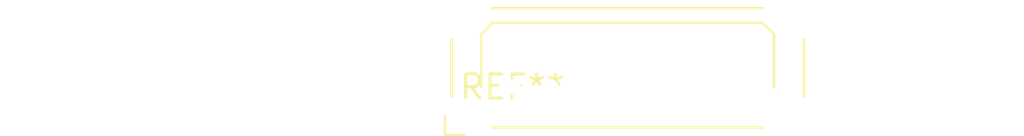
<source format=kicad_pcb>
(kicad_pcb (version 20240108) (generator pcbnew)
  (layers (0 "F.Cu" signal) (31 "B.Cu" signal) (34 "B.Paste" user) (35 "F.Paste" user) (36 "B.SilkS" user "B.Silkscreen") (37 "F.SilkS" user "F.Silkscreen") (38 "B.Mask" user) (39 "F.Mask" user) (44 "Edge.Cuts" user))
  (net 0 "")
  (footprint "Harwin_LTek-Male_2x07_P2.00mm_Vertical_StrainRelief" (layer "F.Cu") (at 0 0)
    (property "Reference" "REF**")
    (property "Value" "Harwin_LTek-Male_2x07_P2.00mm_Vertical_StrainRelief")
    (fp_line (start -3.5 1.5) (end -3.5 2.5) (layer "F.SilkS") (stroke (width 0.12)))
    (fp_line (start -3.5 2.5) (end -2.5 2.5) (layer "F.SilkS") (stroke (width 0.12)))
    (fp_line (start -3.15 -2.5) (end -3.15 0.5) (layer "F.SilkS") (stroke (width 0.12)))
    (fp_line (start -1.6 -2.75) (end -1 -3.35) (layer "F.SilkS") (stroke (width 0.12)))
    (fp_line (start -1.6 0) (end -1.6 -2.75) (layer "F.SilkS") (stroke (width 0.12)))
    (fp_line (start -1.05 -4.1) (end 13.05 -4.1) (layer "F.SilkS") (stroke (width 0.12)))
    (fp_line (start -1.05 2.1) (end 13.05 2.1) (layer "F.SilkS") (stroke (width 0.12)))
    (fp_line (start -1 -3.35) (end 6 -3.35) (layer "F.SilkS") (stroke (width 0.12)))
    (fp_line (start 13 -3.35) (end 6 -3.35) (layer "F.SilkS") (stroke (width 0.12)))
    (fp_line (start 13.6 -2.75) (end 13 -3.35) (layer "F.SilkS") (stroke (width 0.12)))
    (fp_line (start 13.6 0) (end 13.6 -2.75) (layer "F.SilkS") (stroke (width 0.12)))
    (fp_line (start 15.15 -2.5) (end 15.15 0.5) (layer "F.SilkS") (stroke (width 0.12)))
    (pad "" thru_hole circle (at -2.25 -3.375) (size 1.25 1.25) (drill 0.95) (layers *.Cu *.Mask) (remove_unused_layers))
    (pad "" thru_hole circle (at -2.25 1.375) (size 1.25 1.25) (drill 0.95) (layers *.Cu *.Mask) (remove_unused_layers))
    (pad "" thru_hole circle (at 14.25 -3.375) (size 1.25 1.25) (drill 0.95) (layers *.Cu *.Mask) (remove_unused_layers))
    (pad "" thru_hole circle (at 14.25 1.375) (size 1.25 1.25) (drill 0.95) (layers *.Cu *.Mask) (remove_unused_layers))
    (pad "1" thru_hole rect (at 0 0) (size 1.35 1.35) (drill 0.8) (layers *.Cu *.Mask) (remove_unused_layers))
    (pad "2" thru_hole circle (at 0 -2) (size 1.35 1.35) (drill 0.8) (layers *.Cu *.Mask) (remove_unused_layers))
    (pad "3" thru_hole circle (at 2 0) (size 1.35 1.35) (drill 0.8) (layers *.Cu *.Mask) (remove_unused_layers))
    (pad "4" thru_hole circle (at 2 -2) (size 1.35 1.35) (drill 0.8) (layers *.Cu *.Mask) (remove_unused_layers))
    (pad "5" thru_hole circle (at 4 0) (size 1.35 1.35) (drill 0.8) (layers *.Cu *.Mask) (remove_unused_layers))
    (pad "6" thru_hole circle (at 4 -2) (size 1.35 1.35) (drill 0.8) (layers *.Cu *.Mask) (remove_unused_layers))
    (pad "7" thru_hole circle (at 6 0) (size 1.35 1.35) (drill 0.8) (layers *.Cu *.Mask) (remove_unused_layers))
    (pad "8" thru_hole circle (at 6 -2) (size 1.35 1.35) (drill 0.8) (layers *.Cu *.Mask) (remove_unused_layers))
    (pad "9" thru_hole circle (at 8 0) (size 1.35 1.35) (drill 0.8) (layers *.Cu *.Mask) (remove_unused_layers))
    (pad "10" thru_hole circle (at 8 -2) (size 1.35 1.35) (drill 0.8) (layers *.Cu *.Mask) (remove_unused_layers))
    (pad "11" thru_hole circle (at 10 0) (size 1.35 1.35) (drill 0.8) (layers *.Cu *.Mask) (remove_unused_layers))
    (pad "12" thru_hole circle (at 10 -2) (size 1.35 1.35) (drill 0.8) (layers *.Cu *.Mask) (remove_unused_layers))
    (pad "13" thru_hole circle (at 12 0) (size 1.35 1.35) (drill 0.8) (layers *.Cu *.Mask) (remove_unused_layers))
    (pad "14" thru_hole circle (at 12 -2) (size 1.35 1.35) (drill 0.8) (layers *.Cu *.Mask) (remove_unused_layers))
  )
)
</source>
